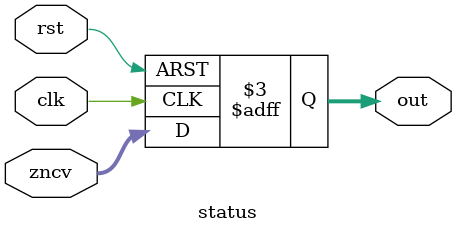
<source format=v>

module main(
    input  CLK,    // Clock input
    input  SW1,    // Reset button (active HIGH)
    input  SW2,    // Run/Step button (active LOW)
    input  SW3,    // Display mode button (active LOW)
    input  SW4,    // Instruction select button (active LOW)
    output LED1,   // LED output
    output LED2,   // LED output
    output LED3,   // LED output
    output LED4,   // LED output
    // 7-segment display outputs (active LOW)
    // Upper digit (tens)
    output o_Segment1_A,
    output o_Segment1_B,
    output o_Segment1_C,
    output o_Segment1_D,
    output o_Segment1_E,
    output o_Segment1_F,
    output o_Segment1_G,
    // Lower digit (ones)
    output o_Segment2_A,
    output o_Segment2_B,
    output o_Segment2_C,
    output o_Segment2_D,
    output o_Segment2_E,
    output o_Segment2_F,
    output o_Segment2_G
);

    // Debounce limit parameter
`ifdef SIMULATION
    parameter DEBOUNCE_LIMIT = `DEBOUNCE_LIMIT;
`else
    parameter DEBOUNCE_LIMIT = 10000; // Adjust as needed for hardware
`endif

    // ========== Clock Management ==========
    // Slow clock for visible operation
    reg [24:0] slow_counter = 0;
    reg slow_clock = 0;
    
    // Generate slow clock for visible operation
    always @(posedge CLK) begin
        slow_counter <= slow_counter + 1;
        if (slow_counter == 0) begin
            slow_clock <= ~slow_clock;
        end
    end
    
    // ========== Button Debouncing ==========
    // Debounce registers for each button
    reg [15:0] debounce_counter_sw1 = 0;
    reg [15:0] debounce_counter_sw2 = 0;
    reg [15:0] debounce_counter_sw3 = 0;
    reg [15:0] debounce_counter_sw4 = 0;
    
    reg sw1_state = 0;
    reg sw2_state = 0;
    reg sw3_state = 0;
    reg sw4_state = 0;
    
    reg sw1_debounced = 0;
    reg sw2_debounced = 0;
    reg sw3_debounced = 0;
    reg sw4_debounced = 0;
    
    // Debounce logic for SW1 (Reset)
    always @(posedge CLK) begin
        if (SW1 != sw1_state) begin
            debounce_counter_sw1 <= 0;
            sw1_state <= SW1;
        end else if (debounce_counter_sw1 < DEBOUNCE_LIMIT) begin
            debounce_counter_sw1 <= debounce_counter_sw1 + 1;
            if (debounce_counter_sw1 == DEBOUNCE_LIMIT - 1) begin
                sw1_debounced <= sw1_state;
            end
        end
    end
    
    // Debounce logic for SW2 (Run/Step)
    always @(posedge CLK) begin
        if (SW2 != sw2_state) begin
            debounce_counter_sw2 <= 0;
            sw2_state <= SW2;
        end else if (debounce_counter_sw2 < DEBOUNCE_LIMIT) begin
            debounce_counter_sw2 <= debounce_counter_sw2 + 1;
            if (debounce_counter_sw2 == DEBOUNCE_LIMIT - 1) begin
                sw2_debounced <= sw2_state;
            end
        end
    end
    
    // Debounce logic for SW3 (Display mode)
    always @(posedge CLK) begin
        if (SW3 != sw3_state) begin
            debounce_counter_sw3 <= 0;
            sw3_state <= SW3;
        end else if (debounce_counter_sw3 < DEBOUNCE_LIMIT) begin
            debounce_counter_sw3 <= debounce_counter_sw3 + 1;
            if (debounce_counter_sw3 == DEBOUNCE_LIMIT - 1) begin
                sw3_debounced <= sw3_state;
            end
        end
    end
    
    // Debounce logic for SW4 (Instruction select)
    always @(posedge CLK) begin
        if (SW4 != sw4_state) begin
            debounce_counter_sw4 <= 0;
            sw4_state <= SW4;
        end else if (debounce_counter_sw4 < DEBOUNCE_LIMIT) begin
            debounce_counter_sw4 <= debounce_counter_sw4 + 1;
            if (debounce_counter_sw4 == DEBOUNCE_LIMIT - 1) begin
                sw4_debounced <= sw4_state;
            end
        end
    end
    
    // Manual clock from step button - now using debounced signal
    reg prev_step = 0;
    reg step_pulse = 0;
    
    always @(posedge CLK) begin
        prev_step <= sw2_debounced;
        if (!sw2_debounced && prev_step) begin
            step_pulse <= 1;
        end else begin
            step_pulse <= 0;
        end
    end
    
    // CPU clock selection - either slow clock or step pulse
    wire cpu_clock = slow_clock | step_pulse;

    // ========== Computer Components ==========
    // Buses
    wire [7:0] pc_out_bus;
    wire [14:0] im_out_bus;
    wire [7:0] regA_out_bus;
    wire [7:0] regB_out_bus;
    wire [7:0] muxA_out_bus;
    wire [7:0] muxB_out_bus;
    wire [7:0] muxD_out_bus;
    wire [7:0] alu_out_bus;
    wire [3:0] alu_zncv_out_bus;
    wire [11:0] cu_out_bus;
    wire [3:0] status_out_bus;
    wire [7:0] dm_out_bus;

    // ========== Display Mode Control ==========
    reg [1:0] display_mode = 0;  // Different display modes
    
    // Change display mode when SW3 is pressed - now using debounced signal
    reg prev_mode = 0;
    always @(posedge CLK) begin
        prev_mode <= sw3_debounced;
        if (!sw3_debounced && prev_mode) begin
            display_mode <= display_mode + 1;
            if (display_mode == 3) display_mode <= 0;
        end
    end
    
    // ========== LED Output Control ==========
    // LED output based on display mode
    reg [3:0] led_output;
    
    always @(*) begin
        case (display_mode)
            0: begin  // Show PC lower bits
                led_output = pc_out_bus[3:0];
            end
            1: begin  // Show Register A lower bits
                led_output = regA_out_bus[3:0];
            end
            2: begin  // Show Register B lower bits
                led_output = regB_out_bus[3:0];
            end
            3: begin  // Show ALU result lower bits
                led_output = alu_out_bus[3:0];
            end
            default: begin
                led_output = pc_out_bus[3:0];
            end
        endcase
    end
    
    // Connect to physical LEDs
    // LED mapping is RIGHT TO LEFT: LED4 is rightmost (LSB), LED1 is leftmost (MSB)
    // So binary 0001 (decimal 1) would light up just LED4 (rightmost)
    // Binary 1000 (decimal 8) would light up just LED1 (leftmost)
    assign LED1 = led_output[3]; // Leftmost LED (MSB)
    assign LED2 = led_output[2];
    assign LED3 = led_output[1];
    assign LED4 = led_output[0]; // Rightmost LED (LSB)
    
    // ========== 7-Segment Display Control ==========
    // Convert 4-bit value (0-15) to two-digit decimal display (00-15)
    // Segments are active LOW (0 = ON, 1 = OFF)
    
    // Binary to decimal conversion
    reg [3:0] tens_digit;
    reg [3:0] ones_digit;
    
    always @(*) begin
        if (led_output >= 10) begin
            tens_digit = 1;  // Show "1" in tens place for 10-15
            ones_digit = led_output - 10;  // Show remainder in ones place
        end else begin
            tens_digit = 0;  // Show "0" in tens place for 0-9
            ones_digit = led_output;  // Show value in ones place
        end
    end
    
    // 7-segment decoder for decimal digits (0-9 only)
    reg [6:0] tens_pattern;
    reg [6:0] ones_pattern;
    
    // Decoder for tens digit (0 or 1)
    always @(*) begin
        case (tens_digit)
            4'd0: tens_pattern = 7'b0000001; // 0: segments A,B,C,D,E,F on
            4'd1: tens_pattern = 7'b1001111; // 1: segments B,C on
            default: tens_pattern = 7'b1111111; // Blank
        endcase
    end
    
    // Decoder for ones digit (0-9)
    always @(*) begin
        case (ones_digit)
            4'd0: ones_pattern = 7'b0000001; // 0: segments A,B,C,D,E,F on
            4'd1: ones_pattern = 7'b1001111; // 1: segments B,C on
            4'd2: ones_pattern = 7'b0010010; // 2: segments A,B,G,E,D on
            4'd3: ones_pattern = 7'b0000110; // 3: segments A,B,G,C,D on
            4'd4: ones_pattern = 7'b1001100; // 4: segments F,G,B,C on
            4'd5: ones_pattern = 7'b0100100; // 5: segments A,F,G,C,D on
            4'd6: ones_pattern = 7'b0100000; // 6: segments A,F,G,E,D,C on
            4'd7: ones_pattern = 7'b0001111; // 7: segments A,B,C on
            4'd8: ones_pattern = 7'b0000000; // 8: all segments on
            4'd9: ones_pattern = 7'b0000100; // 9: segments A,B,C,D,F,G on
            default: ones_pattern = 7'b1111111; // Blank
        endcase
    end
    
    // Connect to 7-segment display outputs
    // Upper digit (tens)
    assign o_Segment1_A = tens_pattern[6];
    assign o_Segment1_B = tens_pattern[5];
    assign o_Segment1_C = tens_pattern[4];
    assign o_Segment1_D = tens_pattern[3];
    assign o_Segment1_E = tens_pattern[2];
    assign o_Segment1_F = tens_pattern[1];
    assign o_Segment1_G = tens_pattern[0];
    
    // Lower digit (ones)
    assign o_Segment2_A = ones_pattern[6];
    assign o_Segment2_B = ones_pattern[5];
    assign o_Segment2_C = ones_pattern[4];
    assign o_Segment2_D = ones_pattern[3];
    assign o_Segment2_E = ones_pattern[2];
    assign o_Segment2_F = ones_pattern[1];
    assign o_Segment2_G = ones_pattern[0];

    // ========== Computer Components ==========
    // Program Counter
    pc PC(
        .clk(cpu_clock),
        .rst(sw1_debounced),  // Now using debounced reset
        .l(cu_out_bus[11]),
        .im(im_out_bus[7:0]),
        .pc(pc_out_bus)
    );
    
    // Instruction Memory
    instruction_memory IM(
        .address(pc_out_bus),
        .out(im_out_bus)
    );
    
    // Control Unit
    control_unit CU(
        .opcode(im_out_bus[14:8]),
        .zncv(status_out_bus),
        .out(cu_out_bus)
    );
    
    // Register A
    register regA(
        .clk(cpu_clock),
        .rst(sw1_debounced),  // Now using debounced reset
        .data(alu_out_bus),
        .load(cu_out_bus[8]),
        .out(regA_out_bus)
    );
    
    // Register B
    register regB(
        .clk(cpu_clock),
        .rst(sw1_debounced),  // Now using debounced reset
        .data(alu_out_bus),
        .load(cu_out_bus[7]),
        .out(regB_out_bus)
    );
    
    // MUX A
    muxA muxA(
        .e0(regA_out_bus),
        .e1(8'b00000001),
        .e2(8'b00000000),
        .e3(regB_out_bus),
        .c(cu_out_bus[6:5]),
        .out(muxA_out_bus)
    );
    
    // MUX B
    muxB muxB(
        .e0(regB_out_bus), 
        .e1(dm_out_bus),
        .e2(im_out_bus[7:0]),
        .e3(8'b00000000),
        .c(cu_out_bus[4:3]),
        .out(muxB_out_bus)
    );
    
    // MUX D
    muxD muxD(
        .e0(im_out_bus[7:0]), 
        .e1(regB_out_bus),
        .c(cu_out_bus[9]),
        .out(muxD_out_bus)
    );
    
    // ALU
    alu ALU(
        .a(muxA_out_bus),
        .b(muxB_out_bus),
        .s(cu_out_bus[2:0]),
        .out(alu_out_bus),
        .zncv(alu_zncv_out_bus)
    );
    
    // Data Memory
    data_memory DM(
        .clk(cpu_clock), 
        .rst(sw1_debounced),  // Now using debounced reset
        .data_in(alu_out_bus), 
        .address(muxD_out_bus), 
        .w(cu_out_bus[10]),
        .data_out(dm_out_bus)
    );
    
    // Status Register
    status Status(
        .clk(cpu_clock),
        .rst(sw1_debounced),  // Now using debounced reset
        .zncv(alu_zncv_out_bus),
        .out(status_out_bus)
    );

endmodule

// Program Counter module with reset
module pc(clk, rst, pc, im, l);
    input clk, rst, l;
    input [7:0] im;
    output [7:0] pc;
    
    wire clk, rst, l;
    wire [7:0] im;
    reg [7:0] pc;

    always @(posedge clk or posedge rst) begin
        if (rst) begin
            pc <= 8'b00000000;
        end else if (l) begin
            pc <= im;
        end else begin
            pc <= pc + 1;
        end
    end
endmodule

// Instruction Memory module with hardcoded program
module instruction_memory(address, out);
    input [7:0] address;
    output [14:0] out;

    wire [7:0] address;
    reg [14:0] out;

    // Hardcoded instruction memory
    always @(address) begin
        case(address)
            // Example program: Simple counter and arithmetic
            // PC | Instruction                | RegA after | RegB after | Notes
            // ---+---------------------------+------------+------------+------------------------
            8'd0: out = 15'b000000000000000;  // 00000000   | 00000000   | NOP - No operation
            8'd1: out = 15'b000010100000001;  // 00000000   | 00000001   | Load 1 into RegB
            8'd2: out = 15'b000010000000000;  // 00000001   | 00000001   | Move RegB to RegA
            8'd3: out = 15'b000000000000001;  // 00000010   | 00000001   | Add RegA + RegB -> RegA (1+1=2)
            8'd4: out = 15'b000010100000010;  // 00000010   | 00000010   | Load 2 into RegB
            8'd5: out = 15'b000000000000001;  // 00000100   | 00000010   | Add RegA + RegB -> RegA (2+2=4)
            8'd6: out = 15'b000110000000000;  // 00000010   | 00000010   | Subtract RegA - RegB -> RegA (4-2=2)
            8'd7: out = 15'b000010100000011;  // 00000010   | 00000011   | Load 3 into RegB
            8'd8: out = 15'b001000000000000;  // 00000010   | 00000011   | AND RegA & RegB -> RegA (2&3=2)
            8'd9: out = 15'b001010000000000;  // 00000011   | 00000011   | OR RegA | RegB -> RegA (2|3=3)
            8'd10: out = 15'b001100000000000; // 11111100   | 00000011   | NOT RegA -> RegA (~3=252)
            8'd11: out = 15'b001110000000000; // 11111111   | 00000011   | XOR RegA ^ RegB -> RegA (252^3=255)
            8'd12: out = 15'b010000000000000; // 11111110   | 00000011   | Shift left RegA (255<<1=254)
            8'd13: out = 15'b010010000000000; // 01111111   | 00000011   | Shift right RegA (254>>1=127)
            8'd14: out = 15'b100000000000000; // 01111111   | 00000011   | Jump to address 0 (loop)
            default: out = 15'b000000000000000; // NOP for undefined addresses
        endcase
    end
endmodule

// ALU module
module alu(a, b, s, out, zncv);
    input [7:0] a, b;
    input [2:0] s;
    output [7:0] out;
    output [3:0] zncv;

    wire [7:0] a, b;
    wire [2:0] s;
    reg [7:0] out;
    reg [3:0] zncv;
    
    reg [8:0] temp;

    always @(a, b, s) begin
        case(s)
            3'b000: out = a + b;         // Addition
            3'b001: out = a - b;         // Subtraction
            3'b010: out = a & b;         // Bitwise AND
            3'b011: out = a | b;         // Bitwise OR
            3'b100: out = ~a;            // Bitwise NOT
            3'b101: out = a ^ b;         // Bitwise XOR
            3'b110: out = a << 1;        // Left shift
            3'b111: out = a >> 1;        // Right shift
            default: out = 8'b00000000;  // Default case
        endcase
        
        // Calculate flags
        temp = (s == 3'b001) ? {1'b0, a} - {1'b0, b} : {1'b0, a} + {1'b0, b};
        zncv[3] = (out == 8'b00000000);                  // Zero flag
        zncv[2] = out[7];                                // Negative flag
        zncv[1] = temp[8];                               // Carry flag
        zncv[0] = (a[7] == b[7]) && (out[7] != a[7]);    // Overflow flag
    end
endmodule

// Register module with reset
module register(clk, rst, data, load, out);
    input clk, rst, load;
    input [7:0] data;
    output [7:0] out;

    wire clk, rst, load;
    wire [7:0] data;
    reg [7:0] out;

    always @(posedge clk or posedge rst) begin
        if (rst) begin
            out <= 8'b00000000;
        end else if (load) begin
            out <= data;
        end
    end
endmodule

// MUX A module
module muxA(e0, e1, e2, e3, c, out); 
    input [7:0] e0, e1, e2, e3; // e0: RegA; e1 = 1, e2=0; e3:RegB
    input [1:0] c;
    output [7:0] out;
    
    wire [7:0] e0, e1, e2, e3;
    wire [1:0] c;
    reg [7:0] out;
    
    always @(*) begin
        case(c)
            2'b00: out = e0;
            2'b01: out = e1;
            2'b10: out = e2;
            2'b11: out = e3;
        endcase
    end
endmodule

// MUX B module
module muxB(e0, e1, e2, e3, c, out);
    input [7:0] e0, e1, e2, e3; //e0: RegB, e1: DataMem, e2: IM, e3 = 0
    input [1:0] c;
    output [7:0] out;
    
    wire [7:0] e0, e1, e2, e3;
    wire [1:0] c;
    reg [7:0] out;

    always @(*) begin
        case(c)
            2'b00: out = e0;
            2'b01: out = e1;
            2'b10: out = e2;
            2'b11: out = e3;
        endcase
    end
endmodule

// MUX D module
module muxD(e0, e1, c, out);
    input [7:0] e0, e1; //e0: im, e1: regB
    input c;
    output [7:0] out;
    
    wire [7:0] e0, e1;
    wire c;
    reg [7:0] out;
    
    always @(*) begin
        case(c)
            1'b0: out = e0;
            1'b1: out = e1;
        endcase
    end
endmodule

// Control Unit module
module control_unit(opcode, zncv, out);
    input [6:0] opcode;
    input [3:0] zncv;
    output [11:0] out;
    
    wire [6:0] opcode;
    wire [3:0] zncv;
    reg [11:0] out;
    
    always @(*) begin
        // Default: No operation
        out = 12'b000000000000;
        
        case(opcode)
            // Basic operations
            7'b0000000: out = 12'b000000000000; // NOP
            7'b0000001: out = 12'b000100000000; // Load RegA from ALU
            7'b0000010: out = 12'b000010000000; // Load RegB from ALU
            7'b0000011: out = 12'b000110000000; // Load both RegA and RegB from ALU
            
            // ALU operations with RegA as destination
            7'b0000100: out = 12'b000100000000; // ADD: RegA = RegA + RegB
            7'b0000110: out = 12'b000100000001; // SUB: RegA = RegA - RegB
            7'b0001000: out = 12'b000100000010; // AND: RegA = RegA & RegB
            7'b0001010: out = 12'b000100000011; // OR: RegA = RegA | RegB
            7'b0001100: out = 12'b000100000100; // NOT: RegA = ~RegA
            7'b0001110: out = 12'b000100000101; // XOR: RegA = RegA ^ RegB
            7'b0010000: out = 12'b000100000110; // SHL: RegA = RegA << 1
            7'b0010010: out = 12'b000100000111; // SHR: RegA = RegA >> 1
            
            // Memory operations
            7'b0010100: out = 12'b001000000000; // Store RegA to memory at address from RegB
            7'b0010110: out = 12'b000100010000; // Load RegA from memory at address from RegB
            
            // Jump operations
            7'b1000000: out = 12'b100000000000; // Unconditional jump
            7'b1000001: begin // Jump if zero
                if (zncv[3] == 1) out = 12'b100000000000;
            end
            7'b1000010: begin // Jump if not zero
                if (zncv[3] == 0) out = 12'b100000000000;
            end
            7'b1000011: begin // Jump if negative
                if (zncv[2] == 1) out = 12'b100000000000;
            end
            7'b1000100: begin // Jump if carry
                if (zncv[1] == 1) out = 12'b100000000000;
            end
            
            // Default case
            default: out = 12'b000000000000;
        endcase
    end
endmodule

// Data Memory module with reset
module data_memory(clk, rst, data_in, address, w, data_out);
    input clk, rst, w;
    input [7:0] data_in, address;
    output [7:0] data_out;
    
    wire clk, rst, w;
    wire [7:0] data_in, address;
    reg [7:0] data_out;
    
    reg [7:0] mem [0:31]; // Reduced size for FPGA
    
    integer i;
    
    // Write operation
    always @(posedge clk or posedge rst) begin
        if (rst) begin
            // Initialize memory to zeros
            for (i = 0; i < 32; i = i + 1) begin
                mem[i] <= 8'b00000000;
            end
        end else if (w) begin
            mem[address[4:0]] <= data_in; // Use only lower 5 bits of address
        end
    end
    
    // Read operation - separate always block
    always @(*) begin
        data_out = mem[address[4:0]];
    end
endmodule

// Status Register module with reset
module status(clk, rst, zncv, out);
    input clk, rst;
    input [3:0] zncv;
    output [3:0] out;
    
    wire clk, rst;
    wire [3:0] zncv;
    reg [3:0] out;
    
    always @(posedge clk or posedge rst) begin
        if (rst) begin
            out <= 4'b0000;
        end else begin
            out <= zncv;
        end
    end
endmodule

</source>
